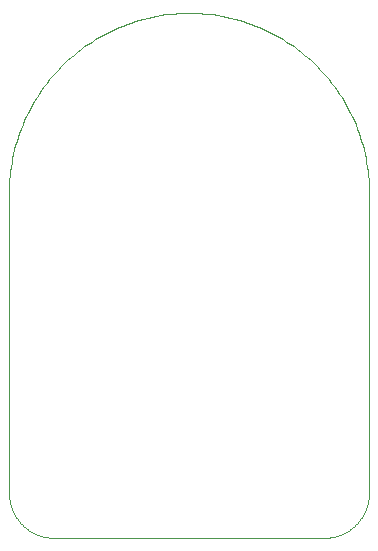
<source format=gbp>
G75*
%MOIN*%
%OFA0B0*%
%FSLAX25Y25*%
%IPPOS*%
%LPD*%
%AMOC8*
5,1,8,0,0,1.08239X$1,22.5*
%
%ADD10C,0.00000*%
D10*
X0004000Y0016500D02*
X0004000Y0116500D01*
X0004018Y0117961D01*
X0004071Y0119421D01*
X0004160Y0120880D01*
X0004284Y0122336D01*
X0004444Y0123788D01*
X0004639Y0125236D01*
X0004870Y0126679D01*
X0005135Y0128116D01*
X0005435Y0129546D01*
X0005770Y0130968D01*
X0006140Y0132382D01*
X0006544Y0133786D01*
X0006982Y0135180D01*
X0007454Y0136563D01*
X0007959Y0137934D01*
X0008498Y0139292D01*
X0009069Y0140637D01*
X0009673Y0141967D01*
X0010309Y0143283D01*
X0010977Y0144582D01*
X0011677Y0145865D01*
X0012408Y0147130D01*
X0013169Y0148378D01*
X0013960Y0149606D01*
X0014781Y0150815D01*
X0015631Y0152003D01*
X0016510Y0153170D01*
X0017417Y0154316D01*
X0018352Y0155439D01*
X0019314Y0156539D01*
X0020302Y0157615D01*
X0021316Y0158667D01*
X0022356Y0159694D01*
X0023420Y0160695D01*
X0024508Y0161671D01*
X0025620Y0162619D01*
X0026754Y0163540D01*
X0027911Y0164433D01*
X0029088Y0165297D01*
X0030287Y0166133D01*
X0031506Y0166939D01*
X0032744Y0167716D01*
X0034000Y0168462D01*
X0035274Y0169177D01*
X0036565Y0169861D01*
X0037873Y0170513D01*
X0039196Y0171133D01*
X0040534Y0171721D01*
X0041885Y0172276D01*
X0043250Y0172798D01*
X0044627Y0173286D01*
X0046016Y0173741D01*
X0047415Y0174162D01*
X0048824Y0174549D01*
X0050242Y0174901D01*
X0051668Y0175219D01*
X0053102Y0175502D01*
X0054542Y0175750D01*
X0055987Y0175963D01*
X0057438Y0176140D01*
X0058892Y0176282D01*
X0060349Y0176389D01*
X0061809Y0176460D01*
X0063269Y0176496D01*
X0064731Y0176496D01*
X0066191Y0176460D01*
X0067651Y0176389D01*
X0069108Y0176282D01*
X0070562Y0176140D01*
X0072013Y0175963D01*
X0073458Y0175750D01*
X0074898Y0175502D01*
X0076332Y0175219D01*
X0077758Y0174901D01*
X0079176Y0174549D01*
X0080585Y0174162D01*
X0081984Y0173741D01*
X0083373Y0173286D01*
X0084750Y0172798D01*
X0086115Y0172276D01*
X0087466Y0171721D01*
X0088804Y0171133D01*
X0090127Y0170513D01*
X0091435Y0169861D01*
X0092726Y0169177D01*
X0094000Y0168462D01*
X0095256Y0167716D01*
X0096494Y0166939D01*
X0097713Y0166133D01*
X0098912Y0165297D01*
X0100089Y0164433D01*
X0101246Y0163540D01*
X0102380Y0162619D01*
X0103492Y0161671D01*
X0104580Y0160695D01*
X0105644Y0159694D01*
X0106684Y0158667D01*
X0107698Y0157615D01*
X0108686Y0156539D01*
X0109648Y0155439D01*
X0110583Y0154316D01*
X0111490Y0153170D01*
X0112369Y0152003D01*
X0113219Y0150815D01*
X0114040Y0149606D01*
X0114831Y0148378D01*
X0115592Y0147130D01*
X0116323Y0145865D01*
X0117023Y0144582D01*
X0117691Y0143283D01*
X0118327Y0141967D01*
X0118931Y0140637D01*
X0119502Y0139292D01*
X0120041Y0137934D01*
X0120546Y0136563D01*
X0121018Y0135180D01*
X0121456Y0133786D01*
X0121860Y0132382D01*
X0122230Y0130968D01*
X0122565Y0129546D01*
X0122865Y0128116D01*
X0123130Y0126679D01*
X0123361Y0125236D01*
X0123556Y0123788D01*
X0123716Y0122336D01*
X0123840Y0120880D01*
X0123929Y0119421D01*
X0123982Y0117961D01*
X0124000Y0116500D01*
X0124000Y0016500D01*
X0123996Y0016138D01*
X0123982Y0015775D01*
X0123961Y0015413D01*
X0123930Y0015052D01*
X0123891Y0014692D01*
X0123843Y0014333D01*
X0123786Y0013975D01*
X0123721Y0013618D01*
X0123647Y0013263D01*
X0123564Y0012910D01*
X0123473Y0012559D01*
X0123374Y0012211D01*
X0123266Y0011865D01*
X0123150Y0011521D01*
X0123025Y0011181D01*
X0122893Y0010844D01*
X0122752Y0010510D01*
X0122603Y0010179D01*
X0122446Y0009852D01*
X0122282Y0009529D01*
X0122110Y0009210D01*
X0121930Y0008896D01*
X0121742Y0008585D01*
X0121547Y0008280D01*
X0121345Y0007979D01*
X0121135Y0007683D01*
X0120919Y0007393D01*
X0120695Y0007107D01*
X0120465Y0006827D01*
X0120228Y0006553D01*
X0119984Y0006285D01*
X0119734Y0006022D01*
X0119478Y0005766D01*
X0119215Y0005516D01*
X0118947Y0005272D01*
X0118673Y0005035D01*
X0118393Y0004805D01*
X0118107Y0004581D01*
X0117817Y0004365D01*
X0117521Y0004155D01*
X0117220Y0003953D01*
X0116915Y0003758D01*
X0116604Y0003570D01*
X0116290Y0003390D01*
X0115971Y0003218D01*
X0115648Y0003054D01*
X0115321Y0002897D01*
X0114990Y0002748D01*
X0114656Y0002607D01*
X0114319Y0002475D01*
X0113979Y0002350D01*
X0113635Y0002234D01*
X0113289Y0002126D01*
X0112941Y0002027D01*
X0112590Y0001936D01*
X0112237Y0001853D01*
X0111882Y0001779D01*
X0111525Y0001714D01*
X0111167Y0001657D01*
X0110808Y0001609D01*
X0110448Y0001570D01*
X0110087Y0001539D01*
X0109725Y0001518D01*
X0109362Y0001504D01*
X0109000Y0001500D01*
X0019000Y0001500D01*
X0018638Y0001504D01*
X0018275Y0001518D01*
X0017913Y0001539D01*
X0017552Y0001570D01*
X0017192Y0001609D01*
X0016833Y0001657D01*
X0016475Y0001714D01*
X0016118Y0001779D01*
X0015763Y0001853D01*
X0015410Y0001936D01*
X0015059Y0002027D01*
X0014711Y0002126D01*
X0014365Y0002234D01*
X0014021Y0002350D01*
X0013681Y0002475D01*
X0013344Y0002607D01*
X0013010Y0002748D01*
X0012679Y0002897D01*
X0012352Y0003054D01*
X0012029Y0003218D01*
X0011710Y0003390D01*
X0011396Y0003570D01*
X0011085Y0003758D01*
X0010780Y0003953D01*
X0010479Y0004155D01*
X0010183Y0004365D01*
X0009893Y0004581D01*
X0009607Y0004805D01*
X0009327Y0005035D01*
X0009053Y0005272D01*
X0008785Y0005516D01*
X0008522Y0005766D01*
X0008266Y0006022D01*
X0008016Y0006285D01*
X0007772Y0006553D01*
X0007535Y0006827D01*
X0007305Y0007107D01*
X0007081Y0007393D01*
X0006865Y0007683D01*
X0006655Y0007979D01*
X0006453Y0008280D01*
X0006258Y0008585D01*
X0006070Y0008896D01*
X0005890Y0009210D01*
X0005718Y0009529D01*
X0005554Y0009852D01*
X0005397Y0010179D01*
X0005248Y0010510D01*
X0005107Y0010844D01*
X0004975Y0011181D01*
X0004850Y0011521D01*
X0004734Y0011865D01*
X0004626Y0012211D01*
X0004527Y0012559D01*
X0004436Y0012910D01*
X0004353Y0013263D01*
X0004279Y0013618D01*
X0004214Y0013975D01*
X0004157Y0014333D01*
X0004109Y0014692D01*
X0004070Y0015052D01*
X0004039Y0015413D01*
X0004018Y0015775D01*
X0004004Y0016138D01*
X0004000Y0016500D01*
M02*

</source>
